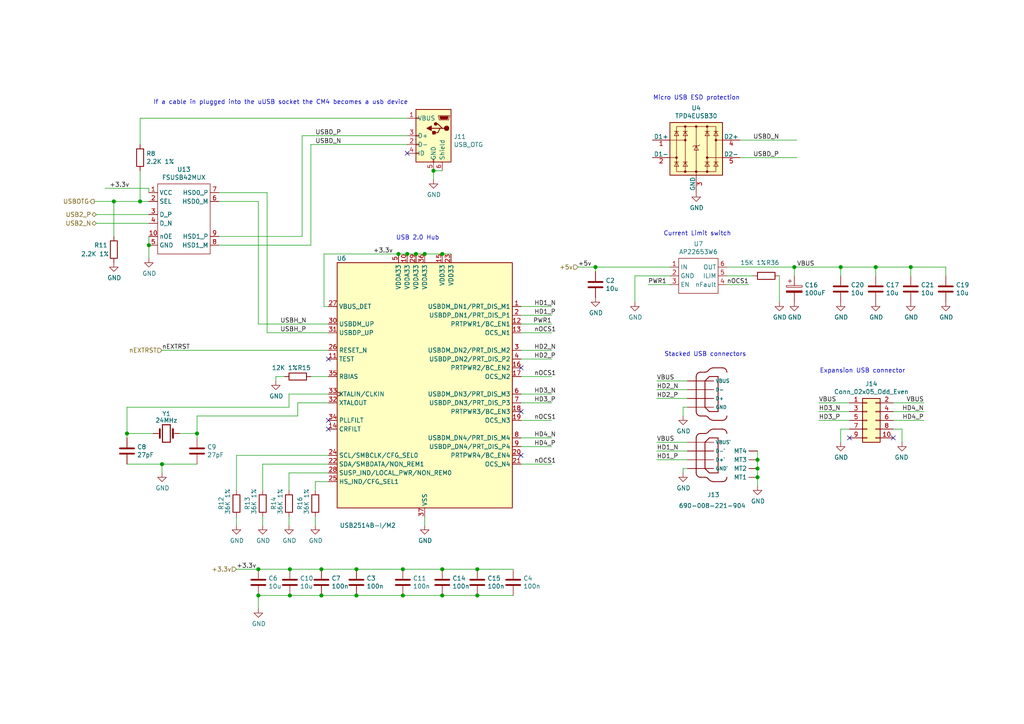
<source format=kicad_sch>
(kicad_sch (version 20230121) (generator eeschema)
  (paper "A4")
  (title_block (title "Compute Module 4 IO Board - USB") (rev "1") (company "© 2020-2022 Raspberry Pi Ltd (formerly Raspberry Pi (Trading) Ltd.)") (comment 1 "www.raspberrypi.com"))
  (lib_symbols
    (symbol "CM4IO:AP2553W6"
      (property "Reference" "U" (at 3.81 -6.35 0))
      (property "Value" "AP2553W6" (at -3.81 -6.35 0))
      (symbol "AP2553W6_0_0"
        (pin power_in line (at -8.89 2.54 0) (length 2.54) (name "IN") (number "1"))
        (pin power_out line (at -8.89 0 0) (length 2.54) (name "GND") (number "2"))
        (pin input line (at -8.89 -2.54 0) (length 2.54) (name "EN") (number "3"))
        (pin open_collector line (at 7.62 -2.54 180) (length 2.54) (name "nFault") (number "4"))
        (pin passive line (at 7.62 0 180) (length 2.54) (name "ILIM") (number "5"))
        (pin power_out line (at 7.62 2.54 180) (length 2.54) (name "OUT") (number "6"))
      )
    )
    (symbol "CM4IO:FSUSB42MX"
      (property "Reference" "U" (at -7.62 20.32 0))
      (property "Value" "FSUSB42MX" (at -2.54 -2.54 0))
      (symbol "FSUSB42MX_0_0"
        (pin power_in line (at 8.89 16.51 180) (length 2.54) (name "VCC") (number "1"))
        (pin input line (at 8.89 3.81 180) (length 2.54) (name "nOE") (number "10"))
        (pin input line (at 8.89 13.97 180) (length 2.54) (name "SEL") (number "2"))
        (pin bidirectional line (at 8.89 10.16 180) (length 2.54) (name "D_P") (number "3"))
        (pin bidirectional line (at 8.89 7.62 180) (length 2.54) (name "D_N") (number "4"))
        (pin power_in line (at 8.89 1.27 180) (length 2.54) (name "GND") (number "5"))
        (pin bidirectional line (at -11.43 13.97 0) (length 2.54) (name "HSD0_M") (number "6"))
        (pin bidirectional line (at -11.43 16.51 0) (length 2.54) (name "HSD0_P") (number "7"))
        (pin bidirectional line (at -11.43 1.27 0) (length 2.54) (name "HSD1_M") (number "8"))
        (pin bidirectional line (at -11.43 3.81 0) (length 2.54) (name "HSD1_P") (number "9"))
      )
    )
    (symbol "CM4IO:TPD4EUSB30" (pin_names (offset 0))
      (property "Reference" "U" (at -0.635 8.89 0))
      (property "Value" "TPD4EUSB30" (at 8.89 -10.16 0))
      (symbol "TPD4EUSB30_1_1"
        (pin passive line (at -12.7 2.54 0) (length 5.08) (name "D1+") (number "1"))
        (pin passive line (at -12.7 2.54 0) (length 5.08) hide (name "~") (number "10"))
        (pin passive line (at -12.7 -2.54 0) (length 5.08) (name "D1-") (number "2"))
        (pin power_in line (at 0 -12.7 90) (length 5.08) (name "GND") (number "3"))
        (pin passive line (at 12.7 2.54 180) (length 5.08) (name "D2+") (number "4"))
        (pin passive line (at 12.7 -2.54 180) (length 5.08) (name "D2-") (number "5"))
        (pin passive line (at 12.7 -2.54 180) (length 5.08) hide (name "~") (number "6"))
        (pin passive line (at 12.7 2.54 180) (length 5.08) hide (name "~") (number "7"))
        (pin passive line (at 0 -12.7 90) (length 5.08) hide (name "GND") (number "8"))
        (pin passive line (at -12.7 -2.54 0) (length 5.08) hide (name "~") (number "9"))
      )
    )
    (symbol "CM4IO:USB_67298-4090" (pin_numbers hide)
      (property "Reference" "J" (at -5.08 21.6408 0))
      (property "Value" "USB_67298-4090" (at -5.08 -17.8054 0))
      (symbol "USB_67298-4090_0_0"
        (pin power_in line (at -7.62 -2.54 0) (length 7.62) (name "VBUS`") (number "1"))
        (pin passive line (at -7.62 -5.08 0) (length 7.62) (name "D-`") (number "2"))
        (pin passive line (at -7.62 -7.62 0) (length 7.62) (name "D+`") (number "3"))
        (pin power_in line (at -7.62 -10.16 0) (length 7.62) (name "GND`") (number "4"))
        (pin power_in line (at -7.62 15.24 0) (length 7.62) (name "VBUS") (number "5"))
        (pin passive line (at -7.62 12.7 0) (length 7.62) (name "D-") (number "6"))
        (pin passive line (at -7.62 10.16 0) (length 7.62) (name "D+") (number "7"))
        (pin power_in line (at -7.62 7.62 0) (length 7.62) (name "GND") (number "8"))
        (pin passive line (at 12.7 -12.7 180) (length 2.54) (name "MT1") (number "MT1"))
        (pin passive line (at 12.7 -10.16 180) (length 2.54) (name "MT2") (number "MT2"))
        (pin passive line (at 12.7 -7.62 180) (length 2.54) (name "MT3") (number "MT3"))
        (pin passive line (at 12.7 -5.08 180) (length 2.54) (name "MT4") (number "MT4"))
      )
    )
    (symbol "Connector:USB_OTG"
      (property "Reference" "J" (at -5.08 11.43 0))
      (property "Value" "USB_OTG" (at -5.08 8.89 0))
      (symbol "USB_OTG_1_1"
        (pin power_in line (at 7.62 5.08 180) (length 2.54) (name "VBUS") (number "1"))
        (pin passive line (at 7.62 -2.54 180) (length 2.54) (name "D-") (number "2"))
        (pin passive line (at 7.62 0 180) (length 2.54) (name "D+") (number "3"))
        (pin passive line (at 7.62 -5.08 180) (length 2.54) (name "ID") (number "4"))
        (pin power_in line (at 0 -10.16 90) (length 2.54) (name "GND") (number "5"))
        (pin passive line (at -2.54 -10.16 90) (length 2.54) (name "Shield") (number "6"))
      )
    )
    (symbol "Connector_Generic:Conn_02x05_Odd_Even" (pin_names hide)
      (property "Reference" "J" (at 1.27 7.62 0))
      (property "Value" "Conn_02x05_Odd_Even" (at 1.27 -7.62 0))
      (symbol "Conn_02x05_Odd_Even_1_1"
        (pin passive line (at -5.08 5.08 0) (length 3.81) (name "Pin_1") (number "1"))
        (pin passive line (at 7.62 -5.08 180) (length 3.81) (name "Pin_10") (number "10"))
        (pin passive line (at 7.62 5.08 180) (length 3.81) (name "Pin_2") (number "2"))
        (pin passive line (at -5.08 2.54 0) (length 3.81) (name "Pin_3") (number "3"))
        (pin passive line (at 7.62 2.54 180) (length 3.81) (name "Pin_4") (number "4"))
        (pin passive line (at -5.08 0 0) (length 3.81) (name "Pin_5") (number "5"))
        (pin passive line (at 7.62 0 180) (length 3.81) (name "Pin_6") (number "6"))
        (pin passive line (at -5.08 -2.54 0) (length 3.81) (name "Pin_7") (number "7"))
        (pin passive line (at 7.62 -2.54 180) (length 3.81) (name "Pin_8") (number "8"))
        (pin passive line (at -5.08 -5.08 0) (length 3.81) (name "Pin_9") (number "9"))
      )
    )
    (symbol "Device:C" (pin_numbers hide) (pin_names (offset 0.254))
      (property "Reference" "C" (at 0.635 2.54 0))
      (property "Value" "C" (at 0.635 -2.54 0))
      (symbol "C_1_1"
        (pin passive line (at 0 3.81 270) (length 2.794) (name "~") (number "1"))
        (pin passive line (at 0 -3.81 90) (length 2.794) (name "~") (number "2"))
      )
    )
    (symbol "Device:CP" (pin_numbers hide) (pin_names (offset 0.254))
      (property "Reference" "C" (at 0.635 2.54 0))
      (property "Value" "CP" (at 0.635 -2.54 0))
      (symbol "CP_1_1"
        (pin passive line (at 0 3.81 270) (length 2.794) (name "~") (number "1"))
        (pin passive line (at 0 -3.81 90) (length 2.794) (name "~") (number "2"))
      )
    )
    (symbol "Device:Crystal" (pin_numbers hide) (pin_names hide)
      (property "Reference" "Y" (at 0 3.81 0))
      (property "Value" "Crystal" (at 0 -3.81 0))
      (symbol "Crystal_1_1"
        (pin passive line (at -3.81 0 0) (length 1.27) (name "1") (number "1"))
        (pin passive line (at 3.81 0 180) (length 1.27) (name "2") (number "2"))
      )
    )
    (symbol "Device:R" (pin_numbers hide) (pin_names (offset 0))
      (property "Reference" "R" (at 2.032 0 90))
      (property "Value" "R" (at 0 0 90))
      (symbol "R_1_1"
        (pin passive line (at 0 3.81 270) (length 1.27) (name "~") (number "1"))
        (pin passive line (at 0 -3.81 90) (length 1.27) (name "~") (number "2"))
      )
    )
    (symbol "Interface_USB:USB2514B_Bi"
      (property "Reference" "U" (at -17.78 40.64 0))
      (property "Value" "USB2514B_Bi" (at -20.32 38.1 0))
      (symbol "USB2514B_Bi_1_1"
        (pin bidirectional line (at 27.94 22.86 180) (length 2.54) (name "USBDM_DN1/PRT_DIS_M1") (number "1"))
        (pin power_in line (at -5.08 38.1 270) (length 2.54) (name "VDDA33") (number "10"))
        (pin input line (at -27.94 7.62 0) (length 2.54) (name "TEST") (number "11"))
        (pin bidirectional line (at 27.94 17.78 180) (length 2.54) (name "PRTPWR1/BC_EN1") (number "12"))
        (pin input line (at 27.94 15.24 180) (length 2.54) (name "OCS_N1") (number "13"))
        (pin input line (at -27.94 -12.7 0) (length 2.54) (name "CRFILT") (number "14"))
        (pin power_in line (at 5.08 38.1 270) (length 2.54) (name "VDD33") (number "15"))
        (pin bidirectional line (at 27.94 5.08 180) (length 2.54) (name "PRTPWR2/BC_EN2") (number "16"))
        (pin input line (at 27.94 2.54 180) (length 2.54) (name "OCS_N2") (number "17"))
        (pin bidirectional line (at 27.94 -7.62 180) (length 2.54) (name "PRTPWR3/BC_EN3") (number "18"))
        (pin input line (at 27.94 -10.16 180) (length 2.54) (name "OCS_N3") (number "19"))
        (pin bidirectional line (at 27.94 20.32 180) (length 2.54) (name "USBDP_DN1/PRT_DIS_P1") (number "2"))
        (pin bidirectional line (at 27.94 -20.32 180) (length 2.54) (name "PRTPWR4/BC_EN4") (number "20"))
        (pin input line (at 27.94 -22.86 180) (length 2.54) (name "OCS_N4") (number "21"))
        (pin bidirectional line (at -27.94 -22.86 0) (length 2.54) (name "SDA/SMBDATA/NON_REM1") (number "22"))
        (pin power_in line (at 7.62 38.1 270) (length 2.54) (name "VDD33") (number "23"))
        (pin bidirectional line (at -27.94 -20.32 0) (length 2.54) (name "SCL/SMBCLK/CFG_SEL0") (number "24"))
        (pin bidirectional line (at -27.94 -27.94 0) (length 2.54) (name "HS_IND/CFG_SEL1") (number "25"))
        (pin input line (at -27.94 10.16 0) (length 2.54) (name "RESET_N") (number "26"))
        (pin input line (at -27.94 22.86 0) (length 2.54) (name "VBUS_DET") (number "27"))
        (pin bidirectional line (at -27.94 -25.4 0) (length 2.54) (name "SUSP_IND/LOCAL_PWR/NON_REM0") (number "28"))
        (pin power_in line (at -2.54 38.1 270) (length 2.54) (name "VDDA33") (number "29"))
        (pin bidirectional line (at 27.94 10.16 180) (length 2.54) (name "USBDM_DN2/PRT_DIS_M2") (number "3"))
        (pin bidirectional line (at -27.94 17.78 0) (length 2.54) (name "USBDM_UP") (number "30"))
        (pin bidirectional line (at -27.94 15.24 0) (length 2.54) (name "USBDP_UP") (number "31"))
        (pin output line (at -27.94 -5.08 0) (length 2.54) (name "XTALOUT") (number "32"))
        (pin input clock (at -27.94 -2.54 0) (length 2.54) (name "XTALIN/CLKIN") (number "33"))
        (pin input line (at -27.94 -10.16 0) (length 2.54) (name "PLLFILT") (number "34"))
        (pin input line (at -27.94 2.54 0) (length 2.54) (name "RBIAS") (number "35"))
        (pin power_in line (at 0 38.1 270) (length 2.54) (name "VDDA33") (number "36"))
        (pin power_in line (at 0 -38.1 90) (length 2.54) (name "VSS") (number "37"))
        (pin bidirectional line (at 27.94 7.62 180) (length 2.54) (name "USBDP_DN2/PRT_DIS_P2") (number "4"))
        (pin power_in line (at -7.62 38.1 270) (length 2.54) (name "VDDA33") (number "5"))
        (pin bidirectional line (at 27.94 -2.54 180) (length 2.54) (name "USBDM_DN3/PRT_DIS_M3") (number "6"))
        (pin bidirectional line (at 27.94 -5.08 180) (length 2.54) (name "USBDP_DN3/PRT_DIS_P3") (number "7"))
        (pin bidirectional line (at 27.94 -15.24 180) (length 2.54) (name "USBDM_DN4/PRT_DIS_M4") (number "8"))
        (pin bidirectional line (at 27.94 -17.78 180) (length 2.54) (name "USBDP_DN4/PRT_DIS_P4") (number "9"))
      )
    )
    (symbol "power:GND" (power) (pin_names (offset 0))
      (property "Value" "GND" (at 0 -3.81 0))
      (symbol "GND_1_1"
        (pin power_in line (at 0 0 270) (length 0) hide (name "GND") (number "1"))
      )
    )
  )
  (junction (at 103.378 165.1) (diameter 1.016))
  (junction (at 103.378 172.72) (diameter 1.016))
  (junction (at 138.43 165.1) (diameter 1.016))
  (junction (at 93.218 165.1) (diameter 1.016))
  (junction (at 125.73 49.53) (diameter 1.016))
  (junction (at 74.93 172.72) (diameter 1.016))
  (junction (at 172.72 77.47) (diameter 1.016))
  (junction (at 219.71 138.43) (diameter 1.016))
  (junction (at 116.84 165.1) (diameter 1.016))
  (junction (at 84.074 165.1) (diameter 1.016))
  (junction (at 128.27 172.72) (diameter 1.016))
  (junction (at 254 77.47) (diameter 1.016))
  (junction (at 36.83 125.73) (diameter 1.016))
  (junction (at 120.65 73.66) (diameter 1.016))
  (junction (at 128.27 73.66) (diameter 1.016))
  (junction (at 219.71 133.35) (diameter 1.016))
  (junction (at 40.64 58.42) (diameter 1.016))
  (junction (at 219.71 135.89) (diameter 1.016))
  (junction (at 123.19 73.66) (diameter 1.016))
  (junction (at 128.27 165.1) (diameter 1.016))
  (junction (at 230.378 77.47) (diameter 1.016))
  (junction (at 74.93 165.1) (diameter 1.016))
  (junction (at 93.218 172.72) (diameter 1.016))
  (junction (at 57.15 125.73) (diameter 1.016))
  (junction (at 84.074 172.72) (diameter 1.016))
  (junction (at 264.16 77.47) (diameter 1.016))
  (junction (at 43.18 71.12) (diameter 1.016))
  (junction (at 33.02 58.42) (diameter 1.016))
  (junction (at 115.57 73.66) (diameter 1.016))
  (junction (at 243.84 77.47) (diameter 1.016))
  (junction (at 116.84 172.72) (diameter 1.016))
  (junction (at 118.11 73.66) (diameter 1.016))
  (junction (at 138.43 172.72) (diameter 1.016))
  (junction (at 46.99 134.62) (diameter 1.016))
  (no_connect (at 95.25 121.92))
  (no_connect (at 95.25 104.14))
  (no_connect (at 118.11 44.45))
  (no_connect (at 246.38 127))
  (no_connect (at 259.08 127))
  (no_connect (at 95.25 124.46))
  (no_connect (at 151.13 119.38))
  (no_connect (at 151.13 106.68))
  (no_connect (at 151.13 132.08))
  (wire (pts (xy 151.13 96.52) (xy 160.02 96.52)))
  (wire (pts (xy 86.36 116.84) (xy 86.36 120.65)))
  (wire (pts (xy 267.97 121.92) (xy 259.08 121.92)))
  (wire (pts (xy 151.13 88.9) (xy 160.02 88.9)))
  (wire (pts (xy 74.93 165.1) (xy 84.074 165.1)))
  (wire (pts (xy 190.5 113.03) (xy 199.39 113.03)))
  (wire (pts (xy 151.13 116.84) (xy 160.02 116.84)))
  (wire (pts (xy 36.83 127) (xy 36.83 125.73)))
  (wire (pts (xy 190.5 115.57) (xy 199.39 115.57)))
  (wire (pts (xy 172.72 77.47) (xy 194.31 77.47)))
  (wire (pts (xy 93.218 165.1) (xy 103.378 165.1)))
  (wire (pts (xy 267.97 116.84) (xy 259.08 116.84)))
  (wire (pts (xy 237.49 116.84) (xy 246.38 116.84)))
  (wire (pts (xy 151.13 91.44) (xy 160.02 91.44)))
  (wire (pts (xy 57.15 120.65) (xy 57.15 125.73)))
  (wire (pts (xy 95.25 93.98) (xy 74.93 93.98)))
  (wire (pts (xy 83.82 142.24) (xy 83.82 137.16)))
  (wire (pts (xy 151.13 114.3) (xy 160.02 114.3)))
  (wire (pts (xy 138.43 165.1) (xy 148.844 165.1)))
  (wire (pts (xy 68.58 149.86) (xy 68.58 152.4)))
  (wire (pts (xy 194.31 80.01) (xy 184.15 80.01)))
  (wire (pts (xy 83.82 118.11) (xy 36.83 118.11)))
  (wire (pts (xy 93.98 88.9) (xy 93.98 73.66)))
  (wire (pts (xy 43.18 58.42) (xy 40.64 58.42)))
  (wire (pts (xy 77.47 55.88) (xy 77.47 96.52)))
  (wire (pts (xy 184.15 80.01) (xy 184.15 87.63)))
  (wire (pts (xy 74.93 58.42) (xy 74.93 93.98)))
  (wire (pts (xy 118.11 73.66) (xy 120.65 73.66)))
  (wire (pts (xy 151.13 134.62) (xy 160.02 134.62)))
  (wire (pts (xy 43.18 55.88) (xy 43.18 54.61)))
  (wire (pts (xy 83.82 114.3) (xy 83.82 118.11)))
  (wire (pts (xy 36.83 118.11) (xy 36.83 125.73)))
  (wire (pts (xy 82.55 109.22) (xy 80.01 109.22)))
  (wire (pts (xy 128.27 172.72) (xy 138.43 172.72)))
  (wire (pts (xy 63.5 71.12) (xy 90.17 71.12)))
  (wire (pts (xy 91.44 149.86) (xy 91.44 152.4)))
  (wire (pts (xy 254 77.47) (xy 264.16 77.47)))
  (wire (pts (xy 264.16 77.47) (xy 264.16 80.01)))
  (wire (pts (xy 219.71 138.43) (xy 219.71 140.97)))
  (wire (pts (xy 125.73 49.53) (xy 128.27 49.53)))
  (wire (pts (xy 76.2 134.62) (xy 95.25 134.62)))
  (wire (pts (xy 90.17 71.12) (xy 90.17 41.91)))
  (wire (pts (xy 219.71 130.81) (xy 219.71 133.35)))
  (wire (pts (xy 76.2 149.86) (xy 76.2 152.4)))
  (wire (pts (xy 57.15 125.73) (xy 57.15 127)))
  (wire (pts (xy 151.13 101.6) (xy 160.02 101.6)))
  (wire (pts (xy 90.17 109.22) (xy 95.25 109.22)))
  (wire (pts (xy 190.5 130.81) (xy 199.39 130.81)))
  (wire (pts (xy 210.82 77.47) (xy 230.378 77.47)))
  (wire (pts (xy 230.378 77.47) (xy 243.84 77.47)))
  (wire (pts (xy 125.73 52.07) (xy 125.73 49.53)))
  (wire (pts (xy 167.64 77.47) (xy 172.72 77.47)))
  (wire (pts (xy 151.13 121.92) (xy 160.02 121.92)))
  (wire (pts (xy 123.19 73.66) (xy 128.27 73.66)))
  (wire (pts (xy 214.63 40.64) (xy 231.14 40.64)))
  (wire (pts (xy 243.84 77.47) (xy 254 77.47)))
  (wire (pts (xy 63.5 68.58) (xy 87.63 68.58)))
  (wire (pts (xy 27.94 64.77) (xy 43.18 64.77)))
  (wire (pts (xy 84.074 172.72) (xy 93.218 172.72)))
  (wire (pts (xy 68.58 132.08) (xy 95.25 132.08)))
  (wire (pts (xy 151.13 104.14) (xy 160.02 104.14)))
  (wire (pts (xy 95.25 116.84) (xy 86.36 116.84)))
  (wire (pts (xy 87.63 68.58) (xy 87.63 39.37)))
  (wire (pts (xy 261.62 124.46) (xy 261.62 128.27)))
  (wire (pts (xy 214.63 45.72) (xy 231.14 45.72)))
  (wire (pts (xy 190.5 128.27) (xy 199.39 128.27)))
  (wire (pts (xy 86.36 120.65) (xy 57.15 120.65)))
  (wire (pts (xy 93.98 73.66) (xy 115.57 73.66)))
  (wire (pts (xy 83.82 149.86) (xy 83.82 152.4)))
  (wire (pts (xy 237.49 121.92) (xy 246.38 121.92)))
  (wire (pts (xy 219.71 133.35) (xy 219.71 135.89)))
  (wire (pts (xy 46.99 134.62) (xy 57.15 134.62)))
  (wire (pts (xy 151.13 109.22) (xy 160.02 109.22)))
  (wire (pts (xy 91.44 142.24) (xy 91.44 139.7)))
  (wire (pts (xy 219.71 135.89) (xy 219.71 138.43)))
  (wire (pts (xy 254 77.47) (xy 254 80.01)))
  (wire (pts (xy 120.65 73.66) (xy 123.19 73.66)))
  (wire (pts (xy 27.305 58.42) (xy 33.02 58.42)))
  (wire (pts (xy 226.06 80.01) (xy 226.06 87.63)))
  (wire (pts (xy 138.43 172.72) (xy 148.844 172.72)))
  (wire (pts (xy 103.378 172.72) (xy 116.84 172.72)))
  (wire (pts (xy 83.82 114.3) (xy 95.25 114.3)))
  (wire (pts (xy 63.5 55.88) (xy 77.47 55.88)))
  (wire (pts (xy 123.19 149.86) (xy 123.19 152.4)))
  (wire (pts (xy 230.378 77.47) (xy 230.378 80.01)))
  (wire (pts (xy 199.39 118.11) (xy 198.12 118.11)))
  (wire (pts (xy 93.218 172.72) (xy 103.378 172.72)))
  (wire (pts (xy 190.5 110.49) (xy 199.39 110.49)))
  (wire (pts (xy 36.83 125.73) (xy 44.45 125.73)))
  (wire (pts (xy 237.49 119.38) (xy 246.38 119.38)))
  (wire (pts (xy 103.378 165.1) (xy 116.84 165.1)))
  (wire (pts (xy 151.13 93.98) (xy 160.02 93.98)))
  (wire (pts (xy 115.57 73.66) (xy 118.11 73.66)))
  (wire (pts (xy 30.48 54.61) (xy 43.18 54.61)))
  (wire (pts (xy 210.82 82.55) (xy 217.17 82.55)))
  (wire (pts (xy 274.32 80.01) (xy 274.32 77.47)))
  (wire (pts (xy 210.82 80.01) (xy 218.44 80.01)))
  (wire (pts (xy 187.96 82.55) (xy 194.31 82.55)))
  (wire (pts (xy 95.25 88.9) (xy 93.98 88.9)))
  (wire (pts (xy 91.44 139.7) (xy 95.25 139.7)))
  (wire (pts (xy 74.93 176.53) (xy 74.93 172.72)))
  (wire (pts (xy 36.83 134.62) (xy 46.99 134.62)))
  (wire (pts (xy 128.27 73.66) (xy 130.81 73.66)))
  (wire (pts (xy 77.47 96.52) (xy 95.25 96.52)))
  (wire (pts (xy 259.08 124.46) (xy 261.62 124.46)))
  (wire (pts (xy 63.5 58.42) (xy 74.93 58.42)))
  (wire (pts (xy 190.5 133.35) (xy 199.39 133.35)))
  (wire (pts (xy 243.84 124.46) (xy 246.38 124.46)))
  (wire (pts (xy 74.93 172.72) (xy 84.074 172.72)))
  (wire (pts (xy 68.58 165.1) (xy 74.93 165.1)))
  (wire (pts (xy 43.18 71.12) (xy 43.18 74.93)))
  (wire (pts (xy 33.02 58.42) (xy 33.02 68.58)))
  (wire (pts (xy 199.39 135.89) (xy 198.12 135.89)))
  (wire (pts (xy 116.84 172.72) (xy 128.27 172.72)))
  (wire (pts (xy 151.13 129.54) (xy 160.02 129.54)))
  (wire (pts (xy 243.84 124.46) (xy 243.84 128.27)))
  (wire (pts (xy 116.84 165.1) (xy 128.27 165.1)))
  (wire (pts (xy 40.64 49.53) (xy 40.64 58.42)))
  (wire (pts (xy 46.99 101.6) (xy 95.25 101.6)))
  (wire (pts (xy 128.27 165.1) (xy 138.43 165.1)))
  (wire (pts (xy 198.12 135.89) (xy 198.12 137.16)))
  (wire (pts (xy 151.13 127) (xy 160.02 127)))
  (wire (pts (xy 27.94 62.23) (xy 43.18 62.23)))
  (wire (pts (xy 264.16 77.47) (xy 274.32 77.47)))
  (wire (pts (xy 76.2 142.24) (xy 76.2 134.62)))
  (wire (pts (xy 52.07 125.73) (xy 57.15 125.73)))
  (wire (pts (xy 40.64 34.29) (xy 118.11 34.29)))
  (wire (pts (xy 40.64 58.42) (xy 33.02 58.42)))
  (wire (pts (xy 68.58 142.24) (xy 68.58 132.08)))
  (wire (pts (xy 90.17 41.91) (xy 118.11 41.91)))
  (wire (pts (xy 84.074 165.1) (xy 93.218 165.1)))
  (wire (pts (xy 198.12 118.11) (xy 198.12 120.65)))
  (wire (pts (xy 87.63 39.37) (xy 118.11 39.37)))
  (wire (pts (xy 172.72 78.74) (xy 172.72 77.47)))
  (wire (pts (xy 80.01 109.22) (xy 80.01 110.49)))
  (wire (pts (xy 40.64 41.91) (xy 40.64 34.29)))
  (wire (pts (xy 83.82 137.16) (xy 95.25 137.16)))
  (wire (pts (xy 43.18 68.58) (xy 43.18 71.12)))
  (wire (pts (xy 267.97 119.38) (xy 259.08 119.38)))
  (wire (pts (xy 46.99 134.62) (xy 46.99 137.16)))
  (wire (pts (xy 243.84 80.01) (xy 243.84 77.47)))
  (text "Expansion USB connector" (at 262.6106 108.3818 0) (effects (font (size 1.27 1.27)) (justify right bottom)))
  (text "Current Limit switch" (at 212.09 68.58 0) (effects (font (size 1.27 1.27)) (justify right bottom)))
  (text "USB 2.0 Hub" (at 127.4318 69.7992 0) (effects (font (size 1.27 1.27)) (justify right bottom)))
  (text "If a cable in plugged into the uUSB socket the CM4 becomes a usb device" (at 44.45 30.48 0) (effects (font (size 1.27 1.27)) (justify left bottom)))
  (text "Micro USB ESD protection" (at 214.63 29.21 0) (effects (font (size 1.27 1.27)) (justify right bottom)))
  (text "Stacked USB connectors" (at 216.4588 103.5812 0) (effects (font (size 1.27 1.27)) (justify right bottom)))
  (label "nOCS1" (at 154.94 96.52 0))
  (label "+3.3v" (at 31.75 54.61 0))
  (label "HD2_P" (at 190.5 115.57 0))
  (label "HD3_N" (at 237.49 119.38 0))
  (label "HD1_P" (at 190.5 133.35 0))
  (label "HD1_N" (at 154.94 88.9 0))
  (label "HD4_P" (at 154.94 129.54 0))
  (label "VBUS" (at 237.49 116.84 0))
  (label "nOCS1" (at 210.82 82.55 0))
  (label "VBUS" (at 190.5 110.49 0))
  (label "HD2_N" (at 190.5 113.03 0))
  (label "PWR1" (at 160.02 93.98 180))
  (label "USBD_N" (at 218.44 40.64 0))
  (label "nOCS1" (at 154.94 109.22 0))
  (label "VBUS" (at 231.14 77.47 0))
  (label "USBD_N" (at 91.44 41.91 0))
  (label "HD2_P" (at 154.94 104.14 0))
  (label "VBUS" (at 190.5 128.27 0))
  (label "+3.3v" (at 68.58 165.1 0))
  (label "+5v" (at 167.64 77.47 0))
  (label "HD4_N" (at 154.94 127 0))
  (label "HD4_P" (at 267.97 121.92 180))
  (label "USBH_P" (at 81.28 96.52 0))
  (label "HD3_P" (at 154.94 116.84 0))
  (label "nEXTRST" (at 46.99 101.6 0))
  (label "+3.3v" (at 108.204 73.66 0))
  (label "HD2_N" (at 154.94 101.6 0))
  (label "USBD_P" (at 218.44 45.72 0))
  (label "HD1_N" (at 190.5 130.81 0))
  (label "USBD_P" (at 91.44 39.37 0))
  (label "HD4_N" (at 267.97 119.38 180))
  (label "nOCS1" (at 154.94 134.62 0))
  (label "nOCS1" (at 154.94 121.92 0))
  (label "HD3_P" (at 237.49 121.92 0))
  (label "PWR1" (at 187.96 82.55 0))
  (label "USBH_N" (at 81.28 93.98 0))
  (label "HD3_N" (at 154.94 114.3 0))
  (label "HD1_P" (at 154.94 91.44 0))
  (label "VBUS" (at 267.97 116.84 180))
  (hierarchical_label "USB2_N" (shape bidirectional) (at 27.94 64.77 180))
  (hierarchical_label "USBOTG" (shape output) (at 27.305 58.42 180))
  (hierarchical_label "+3.3v" (shape input) (at 68.58 165.1 180))
  (hierarchical_label "USB2_P" (shape bidirectional) (at 27.94 62.23 180))
  (hierarchical_label "nEXTRST" (shape input) (at 46.99 101.6 180))
  (hierarchical_label "+5v" (shape input) (at 167.64 77.47 180))
  (symbol (lib_id "CM4IO:USB_67298-4090") (at 207.01 125.73 0) (unit 1)
    (property "Reference" "J13" (at 205.105 143.51 0) (effects (justify left)))
    (property "Value" "690-008-221-904" (at 196.85 146.685 0) (effects (justify left)))
    (property "Footprint" "CM4IO:MOLEX_USB_67298-4090" (effects hide))
    (property "Datasheet" "https://www.molex.com/pdm_docs/sd/672984090_sd.pdf" (effects hide))
    (property "Field4" "Farnell" (effects hide))
    (property "Field5" "	2751688" (effects hide))
    (property "Field6" "690-008-221-904" (effects hide))
    (property "Field7" "EDAC" (effects hide))
    (property "Field8" "UCON00727" (effects hide))
    (property "Part Description" "USB-A (USB TYPE-A), Stacked Receptacle Connector 8 Position Through Hole, Right Angle" (effects hide))
  )
  (symbol (lib_id "power:GND") (at 243.84 128.27 0) (unit 1)
    (property "Reference" "#PWR025" (effects hide))
    (property "Value" "GND" (at 243.967 132.6642 0))
  )
  (symbol (lib_id "power:GND") (at 261.62 128.27 0) (mirror y) (unit 1)
    (property "Reference" "#PWR026" (effects hide))
    (property "Value" "GND" (at 261.493 132.6642 0))
  )
  (symbol (lib_id "Connector_Generic:Conn_02x05_Odd_Even") (at 251.46 121.92 0) (unit 1)
    (property "Reference" "J14" (at 252.73 111.3282 0))
    (property "Value" "Conn_02x05_Odd_Even" (at 252.73 113.6396 0))
    (property "Footprint" "Connector_PinHeader_2.54mm:PinHeader_2x05_P2.54mm_Vertical" (effects hide))
    (property "Datasheet" "https://www.toby.co.uk/uploads/publications/1673.pdf" (effects hide))
    (property "Field4" "Toby" (effects hide))
    (property "Field5" "THD-05-R" (effects hide))
    (property "Field6" "THD-05-R" (effects hide))
    (property "Field7" "Toby" (effects hide))
    (property "Part Description" "PinHeader_2x05_P2.54mm_Vertical" (effects hide))
  )
  (symbol (lib_id "Connector:USB_OTG") (at 125.73 39.37 0) (mirror y) (unit 1)
    (property "Reference" "J11" (at 131.572 39.6494 0) (effects (justify right)))
    (property "Value" "USB_OTG" (at 131.572 41.9608 0) (effects (justify right)))
    (property "Footprint" "CM4IO:USB_Micro-B_EDAC_UCON00686" (effects hide))
    (property "Datasheet" "https://cdn.amphenol-icc.com/media/wysiwyg/files/documentation/datasheet/inputoutput/io_usb_micro.pd" (effects hide))
    (property "Field4" "Digikey" (effects hide))
    (property "Field5" "609-4050-2-ND" (effects hide))
    (property "Field6" "690-005-298-486" (effects hide))
    (property "Field7" "EDAC" (effects hide))
    (property "Part Description" "USB - micro B USB 2.0 Receptacle Connector 5 Position Surface Mount, Right Angle; Through Hole" (effects hide))
    (property "Field8" "UCON00686" (effects hide))
  )
  (symbol (lib_id "Device:R") (at 40.64 45.72 0) (unit 1)
    (property "Reference" "R8" (at 42.418 44.5516 0) (effects (justify left)))
    (property "Value" "2.2K 1%" (at 42.418 46.863 0) (effects (justify left)))
    (property "Footprint" "Resistor_SMD:R_0402_1005Metric" (effects hide))
    (property "Datasheet" "https://fscdn.rohm.com/en/products/databook/datasheet/passive/resistor/chip_resistor/mcr-e.pdf" (effects hide))
    (property "Field4" "Farnell" (effects hide))
    (property "Field5" "9239278" (effects hide))
    (property "Field7" "KOA EUROPE GMBH" (effects hide))
    (property "Field6" "RK73G1ETQTP2201D         " (effects hide))
    (property "Part Description" "Resistor 2.2K M1005 1% 63mW" (effects hide))
    (property "Field8" "120889581" (effects hide))
  )
  (symbol (lib_id "power:GND") (at 172.72 86.36 0) (unit 1)
    (property "Reference" "#PWR017" (effects hide))
    (property "Value" "GND" (at 172.847 90.7542 0))
  )
  (symbol (lib_id "Device:C") (at 243.84 83.82 0) (unit 1)
    (property "Reference" "C20" (at 246.761 82.6516 0) (effects (justify left)))
    (property "Value" "10u" (at 246.761 84.963 0) (effects (justify left)))
    (property "Footprint" "Capacitor_SMD:C_0805_2012Metric" (effects hide))
    (property "Datasheet" "https://search.murata.co.jp/Ceramy/image/img/A01X/G101/ENG/GRM21BR71A106KA73-01.pdf" (effects hide))
    (property "Field5" "490-14381-1-ND" (effects hide))
    (property "Field4" "Digikey" (effects hide))
    (property "Field6" "GRM21BR71A106KA73L" (effects hide))
    (property "Field7" "Murata" (effects hide))
    (property "Part Description" "	10uF 10% 10V Ceramic Capacitor X7R 0805 (2012 Metric)" (effects hide))
    (property "Field8" "111893011" (effects hide))
  )
  (symbol (lib_id "power:GND") (at 243.84 87.63 0) (unit 1)
    (property "Reference" "#PWR021" (effects hide))
    (property "Value" "GND" (at 243.967 92.0242 0))
  )
  (symbol (lib_id "Device:C") (at 254 83.82 0) (unit 1)
    (property "Reference" "C17" (at 256.921 82.6516 0) (effects (justify left)))
    (property "Value" "10u" (at 256.921 84.963 0) (effects (justify left)))
    (property "Footprint" "Capacitor_SMD:C_0805_2012Metric" (effects hide))
    (property "Datasheet" "https://search.murata.co.jp/Ceramy/image/img/A01X/G101/ENG/GRM21BR71A106KA73-01.pdf" (effects hide))
    (property "Field5" "490-14381-1-ND" (effects hide))
    (property "Field4" "Digikey" (effects hide))
    (property "Field6" "GRM21BR71A106KA73L" (effects hide))
    (property "Field7" "Murata" (effects hide))
    (property "Part Description" "	10uF 10% 10V Ceramic Capacitor X7R 0805 (2012 Metric)" (effects hide))
    (property "Field8" "111893011" (effects hide))
  )
  (symbol (lib_id "power:GND") (at 254 87.63 0) (unit 1)
    (property "Reference" "#PWR018" (effects hide))
    (property "Value" "GND" (at 254.127 92.0242 0))
  )
  (symbol (lib_id "Device:C") (at 264.16 83.82 0) (unit 1)
    (property "Reference" "C21" (at 267.081 82.6516 0) (effects (justify left)))
    (property "Value" "10u" (at 267.081 84.963 0) (effects (justify left)))
    (property "Footprint" "Capacitor_SMD:C_0805_2012Metric" (effects hide))
    (property "Datasheet" "https://search.murata.co.jp/Ceramy/image/img/A01X/G101/ENG/GRM21BR71A106KA73-01.pdf" (effects hide))
    (property "Field5" "490-14381-1-ND" (effects hide))
    (property "Field4" "Digikey" (effects hide))
    (property "Field6" "GRM21BR71A106KA73L" (effects hide))
    (property "Field7" "Murata" (effects hide))
    (property "Part Description" "	10uF 10% 10V Ceramic Capacitor X7R 0805 (2012 Metric)" (effects hide))
    (property "Field8" "111893011" (effects hide))
  )
  (symbol (lib_id "Device:C") (at 274.32 83.82 0) (unit 1)
    (property "Reference" "C19" (at 277.241 82.6516 0) (effects (justify left)))
    (property "Value" "10u" (at 277.241 84.963 0) (effects (justify left)))
    (property "Footprint" "Capacitor_SMD:C_0805_2012Metric" (effects hide))
    (property "Datasheet" "https://search.murata.co.jp/Ceramy/image/img/A01X/G101/ENG/GRM21BR71A106KA73-01.pdf" (effects hide))
    (property "Field5" "490-14381-1-ND" (effects hide))
    (property "Field4" "Digikey" (effects hide))
    (property "Field6" "GRM21BR71A106KA73L" (effects hide))
    (property "Field7" "Murata" (effects hide))
    (property "Part Description" "	10uF 10% 10V Ceramic Capacitor X7R 0805 (2012 Metric)" (effects hide))
    (property "Field8" "111893011" (effects hide))
  )
  (symbol (lib_id "power:GND") (at 198.12 120.65 0) (unit 1)
    (property "Reference" "#PWR023" (effects hide))
    (property "Value" "GND" (at 198.247 125.0442 0))
  )
  (symbol (lib_id "power:GND") (at 198.12 137.16 0) (unit 1)
    (property "Reference" "#PWR024" (effects hide))
    (property "Value" "GND" (at 198.247 141.5542 0))
  )
  (symbol (lib_id "Device:R") (at 33.02 72.39 0) (unit 1)
    (property "Reference" "R11" (at 27.305 71.12 0) (effects (justify left)))
    (property "Value" "2.2K 1%" (at 23.495 73.66 0) (effects (justify left)))
    (property "Footprint" "Resistor_SMD:R_0402_1005Metric" (effects hide))
    (property "Datasheet" "https://fscdn.rohm.com/en/products/databook/datasheet/passive/resistor/chip_resistor/mcr-e.pdf" (effects hide))
    (property "Field4" "Farnell" (effects hide))
    (property "Field5" "9239278" (effects hide))
    (property "Field7" "KOA EUROPE GMBH" (effects hide))
    (property "Field6" "RK73G1ETQTP2201D         " (effects hide))
    (property "Part Description" "Resistor 2.2K M1005 1% 63mW" (effects hide))
    (property "Field8" "120889581" (effects hide))
  )
  (symbol (lib_id "CM4IO:AP2553W6") (at 203.2 80.01 0) (unit 1)
    (property "Reference" "U7" (at 202.565 70.739 0))
    (property "Value" "AP22653W6" (at 202.565 73.0504 0))
    (property "Footprint" "Package_TO_SOT_SMD:SOT-23-6" (effects hide))
    (property "Datasheet" "https://www.diodes.com/assets/Datasheets/AP255x.pdf" (effects hide))
    (property "Field4" "Digikey" (effects hide))
    (property "Field5" "	31-AP22653W6-7CT-ND" (effects hide))
    (property "Field6" "AP22653W6" (effects hide))
    (property "Field7" "Diodes" (effects hide))
    (property "Part Description" "	Power Switch/Driver 1:1 P-Channel 2.1A SOT-23-6" (effects hide))
  )
  (symbol (lib_id "Interface_USB:USB2514B_Bi") (at 123.19 111.76 0) (unit 1)
    (property "Reference" "U6" (at 99.06 74.93 0))
    (property "Value" "USB2514B-I/M2" (at 106.68 152.4 0))
    (property "Footprint" "Package_DFN_QFN:QFN-36-1EP_6x6mm_P0.5mm_EP3.7x3.7mm" (effects hide))
    (property "Datasheet" "http://ww1.microchip.com/downloads/en/DeviceDoc/00001692C.pdf" (effects hide))
    (property "Field4" "Farnell" (effects hide))
    (property "Field5" "2775060" (effects hide))
    (property "Field6" "USB2514B-I/M2" (effects hide))
    (property "Field7" "Microchip" (effects hide))
    (property "Part Description" "	USB Hub Controller USB Interface 36-SQFN (6x6)" (effects hide))
    (property "Field8" "UICC00931" (effects hide))
  )
  (symbol (lib_id "power:GND") (at 80.01 110.49 0) (unit 1)
    (property "Reference" "#PWR010" (effects hide))
    (property "Value" "GND" (at 80.137 114.8842 0))
  )
  (symbol (lib_id "power:GND") (at 184.15 87.63 0) (unit 1)
    (property "Reference" "#PWR014" (effects hide))
    (property "Value" "GND" (at 184.277 92.0242 0))
  )
  (symbol (lib_id "Device:R") (at 83.82 146.05 0) (unit 1)
    (property "Reference" "R14" (at 79.375 147.955 90) (effects (justify left)))
    (property "Value" "36K 1%" (at 81.28 149.225 90) (effects (justify left)))
    (property "Footprint" "Resistor_SMD:R_0402_1005Metric" (effects hide))
    (property "Datasheet" "https://fscdn.rohm.com/en/products/databook/datasheet/passive/resistor/chip_resistor/mcr-e.pdf" (effects hide))
    (property "Field4" "Farnell" (effects hide))
    (property "Field5" "1458788" (effects hide))
    (property "Field7" "Rohm" (effects hide))
    (property "Field6" "MCR01MZPF3602" (effects hide))
    (property "Part Description" "Resistor 36K M1005 1% 63mW" (effects hide))
  )
  (symbol (lib_id "Device:R") (at 76.2 146.05 0) (unit 1)
    (property "Reference" "R13" (at 71.755 147.955 90) (effects (justify left)))
    (property "Value" "36K 1%" (at 73.66 149.225 90) (effects (justify left)))
    (property "Footprint" "Resistor_SMD:R_0402_1005Metric" (effects hide))
    (property "Datasheet" "https://fscdn.rohm.com/en/products/databook/datasheet/passive/resistor/chip_resistor/mcr-e.pdf" (effects hide))
    (property "Field4" "Farnell" (effects hide))
    (property "Field5" "1458788" (effects hide))
    (property "Field7" "Rohm" (effects hide))
    (property "Field6" "MCR01MZPF3602" (effects hide))
    (property "Part Description" "Resistor 36K M1005 1% 63mW" (effects hide))
  )
  (symbol (lib_id "Device:R") (at 68.58 146.05 0) (unit 1)
    (property "Reference" "R12" (at 64.135 147.955 90) (effects (justify left)))
    (property "Value" "36K 1%" (at 66.04 149.225 90) (effects (justify left)))
    (property "Footprint" "Resistor_SMD:R_0402_1005Metric" (effects hide))
    (property "Datasheet" "https://fscdn.rohm.com/en/products/databook/datasheet/passive/resistor/chip_resistor/mcr-e.pdf" (effects hide))
    (property "Field4" "Farnell" (effects hide))
    (property "Field5" "1458788" (effects hide))
    (property "Field7" "Rohm" (effects hide))
    (property "Field6" "MCR01MZPF3602" (effects hide))
    (property "Part Description" "Resistor 36K M1005 1% 63mW" (effects hide))
  )
  (symbol (lib_id "power:GND") (at 68.58 152.4 0) (unit 1)
    (property "Reference" "#PWR08" (effects hide))
    (property "Value" "GND" (at 68.707 156.7942 0))
  )
  (symbol (lib_id "power:GND") (at 76.2 152.4 0) (unit 1)
    (property "Reference" "#PWR09" (effects hide))
    (property "Value" "GND" (at 76.327 156.7942 0))
  )
  (symbol (lib_id "power:GND") (at 83.82 152.4 0) (unit 1)
    (property "Reference" "#PWR011" (effects hide))
    (property "Value" "GND" (at 83.947 156.7942 0))
  )
  (symbol (lib_id "power:GND") (at 91.44 152.4 0) (unit 1)
    (property "Reference" "#PWR012" (effects hide))
    (property "Value" "GND" (at 91.567 156.7942 0))
  )
  (symbol (lib_id "Device:R") (at 222.25 80.01 90) (unit 1)
    (property "Reference" "R36" (at 226.06 76.2 90) (effects (justify left)))
    (property "Value" "15K 1%" (at 222.25 76.2 90) (effects (justify left)))
    (property "Footprint" "Resistor_SMD:R_0402_1005Metric" (effects hide))
    (property "Datasheet" "https://fscdn.rohm.com/en/products/databook/datasheet/passive/resistor/chip_resistor/mcr-e.pdf" (effects hide))
    (property "Field4" "Farnell" (effects hide))
    (property "Field5" "9239375" (effects hide))
    (property "Field6" "MCR01MZPF1502" (effects hide))
    (property "Field7" "Rohm" (effects hide))
    (property "Part Description" "Resistor 15K M1005 1% 63mW" (effects hide))
    (property "Field8" "120891581" (effects hide))
  )
  (symbol (lib_id "power:GND") (at 226.06 87.63 0) (unit 1)
    (property "Reference" "#PWR019" (effects hide))
    (property "Value" "GND" (at 226.187 92.0242 0))
  )
  (symbol (lib_id "power:GND") (at 264.16 87.63 0) (unit 1)
    (property "Reference" "#PWR049" (effects hide))
    (property "Value" "GND" (at 264.287 92.0242 0))
  )
  (symbol (lib_id "power:GND") (at 274.32 87.63 0) (unit 1)
    (property "Reference" "#PWR050" (effects hide))
    (property "Value" "GND" (at 274.447 92.0242 0))
  )
  (symbol (lib_id "power:GND") (at 219.71 140.97 0) (unit 1)
    (property "Reference" "#PWR0114" (effects hide))
    (property "Value" "GND" (at 219.837 145.3642 0))
  )
  (symbol (lib_id "power:GND") (at 125.73 52.07 0) (unit 1)
    (property "Reference" "#PWR013" (effects hide))
    (property "Value" "GND" (at 125.857 56.4642 0))
  )
  (symbol (lib_id "CM4IO:FSUSB42MX") (at 52.07 72.39 0) (mirror y) (unit 1)
    (property "Reference" "U13" (at 53.34 49.149 0))
    (property "Value" "FSUSB42MUX" (at 53.34 51.4604 0))
    (property "Footprint" "Package_SO:MSOP-10_3x3mm_P0.5mm" (effects hide))
    (property "Datasheet" "https://www.onsemi.com/pub/Collateral/FSUSB42-D.PDF" (effects hide))
    (property "Field4" "Farnell" (effects hide))
    (property "Field5" "2564479" (effects hide))
    (property "Field6" "FSUSB42MUX" (effects hide))
    (property "Field7" "Onsemi" (effects hide))
    (property "Part Description" "USB Switch IC 1 Channel 10-MSOP" (effects hide))
  )
  (symbol (lib_id "power:GND") (at 123.19 152.4 0) (unit 1)
    (property "Reference" "#PWR0142" (effects hide))
    (property "Value" "GND" (at 123.317 156.7942 0))
  )
  (symbol (lib_id "power:GND") (at 43.18 74.93 0) (unit 1)
    (property "Reference" "#PWR0143" (effects hide))
    (property "Value" "GND" (at 43.307 79.3242 0))
  )
  (symbol (lib_id "power:GND") (at 33.02 76.2 0) (unit 1)
    (property "Reference" "#PWR0144" (effects hide))
    (property "Value" "GND" (at 33.147 80.5942 0))
  )
  (symbol (lib_id "Device:R") (at 86.36 109.22 90) (unit 1)
    (property "Reference" "R15" (at 90.17 106.68 90) (effects (justify left)))
    (property "Value" "12K 1%" (at 86.36 106.68 90) (effects (justify left)))
    (property "Footprint" "Resistor_SMD:R_0402_1005Metric" (effects hide))
    (property "Datasheet" "https://fscdn.rohm.com/en/products/databook/datasheet/passive/resistor/chip_resistor/mcr-e.pdf" (effects hide))
    (property "Field4" "Farnell" (effects hide))
    (property "Field5" "9239367" (effects hide))
    (property "Field7" "Rohm" (effects hide))
    (property "Field6" "MCR01MZPF1202" (effects hide))
    (property "Part Description" "Resistor 12K M1005 1% 63mW" (effects hide))
  )
  (symbol (lib_id "Device:R") (at 91.44 146.05 0) (unit 1)
    (property "Reference" "R16" (at 86.995 147.955 90) (effects (justify left)))
    (property "Value" "36K 1%" (at 88.9 149.225 90) (effects (justify left)))
    (property "Footprint" "Resistor_SMD:R_0402_1005Metric" (effects hide))
    (property "Datasheet" "https://fscdn.rohm.com/en/products/databook/datasheet/passive/resistor/chip_resistor/mcr-e.pdf" (effects hide))
    (property "Field4" "Farnell" (effects hide))
    (property "Field5" "1458788" (effects hide))
    (property "Field7" "Rohm" (effects hide))
    (property "Field6" "MCR01MZPF3602" (effects hide))
    (property "Part Description" "Resistor 36K M1005 1% 63mW" (effects hide))
  )
  (symbol (lib_id "Device:C") (at 116.84 168.91 0) (unit 1)
    (property "Reference" "C11" (at 119.761 167.7416 0) (effects (justify left)))
    (property "Value" "100n" (at 119.761 170.053 0) (effects (justify left)))
    (property "Footprint" "Capacitor_SMD:C_0402_1005Metric" (effects hide))
    (property "Datasheet" "https://search.murata.co.jp/Ceramy/image/img/A01X/G101/ENG/GRM155R71C104KA88-01.pdf" (effects hide))
    (property "Field4" "Farnell" (effects hide))
    (property "Field5" "2611911" (effects hide))
    (property "Field6" "RM EMK105 B7104KV-F" (effects hide))
    (property "Field7" "TAIYO YUDEN EUROPE GMBH" (effects hide))
    (property "Part Description" "	0.1uF 10% 16V Ceramic Capacitor X7R 0402 (1005 Metric)" (effects hide))
    (property "Field8" "110091611" (effects hide))
  )
  (symbol (lib_id "Device:C") (at 128.27 168.91 0) (unit 1)
    (property "Reference" "C14" (at 131.191 167.7416 0) (effects (justify left)))
    (property "Value" "100n" (at 131.191 170.053 0) (effects (justify left)))
    (property "Footprint" "Capacitor_SMD:C_0402_1005Metric" (effects hide))
    (property "Datasheet" "https://search.murata.co.jp/Ceramy/image/img/A01X/G101/ENG/GRM155R71C104KA88-01.pdf" (effects hide))
    (property "Field4" "Farnell" (effects hide))
    (property "Field5" "2611911" (effects hide))
    (property "Field6" "RM EMK105 B7104KV-F" (effects hide))
    (property "Field7" "TAIYO YUDEN EUROPE GMBH" (effects hide))
    (property "Part Description" "	0.1uF 10% 16V Ceramic Capacitor X7R 0402 (1005 Metric)" (effects hide))
    (property "Field8" "110091611" (effects hide))
  )
  (symbol (lib_id "Device:C") (at 138.43 168.91 0) (unit 1)
    (property "Reference" "C15" (at 141.351 167.7416 0) (effects (justify left)))
    (property "Value" "100n" (at 141.351 170.053 0) (effects (justify left)))
    (property "Footprint" "Capacitor_SMD:C_0402_1005Metric" (effects hide))
    (property "Datasheet" "https://search.murata.co.jp/Ceramy/image/img/A01X/G101/ENG/GRM155R71C104KA88-01.pdf" (effects hide))
    (property "Field4" "Farnell" (effects hide))
    (property "Field5" "2611911" (effects hide))
    (property "Field6" "RM EMK105 B7104KV-F" (effects hide))
    (property "Field7" "TAIYO YUDEN EUROPE GMBH" (effects hide))
    (property "Part Description" "	0.1uF 10% 16V Ceramic Capacitor X7R 0402 (1005 Metric)" (effects hide))
    (property "Field8" "110091611" (effects hide))
  )
  (symbol (lib_id "Device:C") (at 93.218 168.91 0) (unit 1)
    (property "Reference" "C7" (at 96.139 167.7416 0) (effects (justify left)))
    (property "Value" "100n" (at 96.139 170.053 0) (effects (justify left)))
    (property "Footprint" "Capacitor_SMD:C_0402_1005Metric" (effects hide))
    (property "Datasheet" "https://search.murata.co.jp/Ceramy/image/img/A01X/G101/ENG/GRM155R71C104KA88-01.pdf" (effects hide))
    (property "Field4" "Farnell" (effects hide))
    (property "Field5" "2611911" (effects hide))
    (property "Field6" "RM EMK105 B7104KV-F" (effects hide))
    (property "Field7" "TAIYO YUDEN EUROPE GMBH" (effects hide))
    (property "Part Description" "	0.1uF 10% 16V Ceramic Capacitor X7R 0402 (1005 Metric)" (effects hide))
    (property "Field8" "110091611" (effects hide))
  )
  (symbol (lib_id "power:GND") (at 74.93 176.53 0) (unit 1)
    (property "Reference" "#PWR06" (effects hide))
    (property "Value" "GND" (at 75.057 180.9242 0))
  )
  (symbol (lib_id "Device:C") (at 74.93 168.91 0) (unit 1)
    (property "Reference" "C6" (at 77.851 167.7416 0) (effects (justify left)))
    (property "Value" "10u" (at 77.851 170.053 0) (effects (justify left)))
    (property "Footprint" "Capacitor_SMD:C_0805_2012Metric" (effects hide))
    (property "Datasheet" "https://search.murata.co.jp/Ceramy/image/img/A01X/G101/ENG/GRM21BR71A106KA73-01.pdf" (effects hide))
    (property "Field5" "490-14381-1-ND" (effects hide))
    (property "Field4" "Digikey" (effects hide))
    (property "Field6" "GRM21BR71A106KA73L" (effects hide))
    (property "Field7" "Murata" (effects hide))
    (property "Part Description" "	10uF 10% 10V Ceramic Capacitor X7R 0805 (2012 Metric)" (effects hide))
    (property "Field8" "111893011" (effects hide))
  )
  (symbol (lib_id "Device:C") (at 84.074 168.91 0) (unit 1)
    (property "Reference" "C10" (at 86.995 167.7416 0) (effects (justify left)))
    (property "Value" "10u" (at 86.995 170.053 0) (effects (justify left)))
    (property "Footprint" "Capacitor_SMD:C_0805_2012Metric" (effects hide))
    (property "Datasheet" "https://search.murata.co.jp/Ceramy/image/img/A01X/G101/ENG/GRM21BR71A106KA73-01.pdf" (effects hide))
    (property "Field5" "490-14381-1-ND" (effects hide))
    (property "Field4" "Digikey" (effects hide))
    (property "Field6" "GRM21BR71A106KA73L" (effects hide))
    (property "Field7" "Murata" (effects hide))
    (property "Part Description" "	10uF 10% 10V Ceramic Capacitor X7R 0805 (2012 Metric)" (effects hide))
    (property "Field8" "111893011" (effects hide))
  )
  (symbol (lib_id "Device:Crystal") (at 48.26 125.73 0) (unit 1)
    (property "Reference" "Y1" (at 48.26 120.015 0))
    (property "Value" "24MHz" (at 48.26 121.92 0))
    (property "Footprint" "Crystal:Crystal_SMD_HC49-SD" (effects hide))
    (property "Field4" "Farnell" (effects hide))
    (property "Field5" "2508493" (effects hide))
    (property "Field7" "AEL" (effects hide))
    (property "Field6" "X24M000000S128" (effects hide))
    (property "Part Description" "24MHz Crystal 18pf 30ppm 30ppm" (effects hide))
  )
  (symbol (lib_id "Device:C") (at 36.83 130.81 0) (unit 1)
    (property "Reference" "C8" (at 39.751 129.6416 0) (effects (justify left)))
    (property "Value" "27pF" (at 39.751 131.953 0) (effects (justify left)))
    (property "Footprint" "Capacitor_SMD:C_0402_1005Metric" (effects hide))
    (property "Datasheet" "https://search.murata.co.jp/Ceramy/image/img/A01X/G101/ENG/GJM1555C1H270JB01-01.pdf" (effects hide))
    (property "Field8" "UCAP00738 " (effects hide))
    (property "Field5" "490-17672-1-ND" (effects hide))
    (property "Field6" "GJM1555C1H270JB01D" (effects hide))
    (property "Field7" "Murata" (effects hide))
    (property "Part Description" "	27pF 5% 50V Ceramic Capacitor C0G, NP0 0402 (1005 Metric)" (effects hide))
    (property "Field4" "Digikey" (effects hide))
  )
  (symbol (lib_id "Device:C") (at 57.15 130.81 0) (unit 1)
    (property "Reference" "C9" (at 60.071 129.6416 0) (effects (justify left)))
    (property "Value" "27pF" (at 60.071 131.953 0) (effects (justify left)))
    (property "Footprint" "Capacitor_SMD:C_0402_1005Metric" (effects hide))
    (property "Datasheet" "https://search.murata.co.jp/Ceramy/image/img/A01X/G101/ENG/GJM1555C1H270JB01-01.pdf" (effects hide))
    (property "Field8" "UCAP00738 " (effects hide))
    (property "Field5" "490-17672-1-ND" (effects hide))
    (property "Field6" "GJM1555C1H270JB01D" (effects hide))
    (property "Field7" "Murata" (effects hide))
    (property "Part Description" "	27pF 5% 50V Ceramic Capacitor C0G, NP0 0402 (1005 Metric)" (effects hide))
    (property "Field4" "Digikey" (effects hide))
  )
  (symbol (lib_id "power:GND") (at 46.99 137.16 0) (unit 1)
    (property "Reference" "#PWR07" (effects hide))
    (property "Value" "GND" (at 47.117 141.5542 0))
  )
  (symbol (lib_id "power:GND") (at 201.93 55.88 0) (unit 1)
    (property "Reference" "#PWR0123" (effects hide))
    (property "Value" "GND" (at 202.057 60.2742 0))
  )
  (symbol (lib_id "power:GND") (at 230.378 87.63 0) (unit 1)
    (property "Reference" "#PWR01" (effects hide))
    (property "Value" "GND" (at 230.505 92.0242 0))
  )
  (symbol (lib_id "Device:C") (at 103.378 168.91 0) (unit 1)
    (property "Reference" "C3" (at 106.299 167.7416 0) (effects (justify left)))
    (property "Value" "100n" (at 106.299 170.053 0) (effects (justify left)))
    (property "Footprint" "Capacitor_SMD:C_0402_1005Metric" (effects hide))
    (property "Datasheet" "https://search.murata.co.jp/Ceramy/image/img/A01X/G101/ENG/GRM155R71C104KA88-01.pdf" (effects hide))
    (property "Field4" "Farnell" (effects hide))
    (property "Field5" "2611911" (effects hide))
    (property "Field6" "RM EMK105 B7104KV-F" (effects hide))
    (property "Field7" "TAIYO YUDEN EUROPE GMBH" (effects hide))
    (property "Part Description" "	0.1uF 10% 16V Ceramic Capacitor X7R 0402 (1005 Metric)" (effects hide))
    (property "Field8" "110091611" (effects hide))
  )
  (symbol (lib_id "Device:C") (at 148.844 168.91 0) (unit 1)
    (property "Reference" "C4" (at 151.765 167.7416 0) (effects (justify left)))
    (property "Value" "100n" (at 151.765 170.053 0) (effects (justify left)))
    (property "Footprint" "Capacitor_SMD:C_0402_1005Metric" (effects hide))
    (property "Datasheet" "https://search.murata.co.jp/Ceramy/image/img/A01X/G101/ENG/GRM155R71C104KA88-01.pdf" (effects hide))
    (property "Field4" "Farnell" (effects hide))
    (property "Field5" "2611911" (effects hide))
    (property "Field6" "RM EMK105 B7104KV-F" (effects hide))
    (property "Field7" "TAIYO YUDEN EUROPE GMBH" (effects hide))
    (property "Part Description" "	0.1uF 10% 16V Ceramic Capacitor X7R 0402 (1005 Metric)" (effects hide))
    (property "Field8" "110091611" (effects hide))
  )
  (symbol (lib_id "Device:C") (at 172.72 82.55 0) (unit 1)
    (property "Reference" "C2" (at 175.641 81.3816 0) (effects (justify left)))
    (property "Value" "10u" (at 175.641 83.693 0) (effects (justify left)))
    (property "Footprint" "Capacitor_SMD:C_0805_2012Metric" (effects hide))
    (property "Datasheet" "https://search.murata.co.jp/Ceramy/image/img/A01X/G101/ENG/GRM21BR71A106KA73-01.pdf" (effects hide))
    (property "Field5" "490-14381-1-ND" (effects hide))
    (property "Field4" "Digikey" (effects hide))
    (property "Field6" "GRM21BR71A106KA73L" (effects hide))
    (property "Field7" "Murata" (effects hide))
    (property "Part Description" "	10uF 10% 10V Ceramic Capacitor X7R 0805 (2012 Metric)" (effects hide))
    (property "Field8" "111893011" (effects hide))
  )
  (symbol (lib_id "CM4IO:TPD4EUSB30") (at 201.93 43.18 0) (unit 1)
    (property "Reference" "U4" (at 201.93 31.3182 0))
    (property "Value" "TPD4EUSB30" (at 201.93 33.6296 0))
    (property "Footprint" "Package_SON:USON-10_2.5x1.0mm_P0.5mm" (effects hide))
    (property "Datasheet" "http://www.ti.com/lit/ds/symlink/tpd2eusb30a.pdf" (effects hide))
    (property "Field4" "Farnell" (effects hide))
    (property "Field5" "2335455" (effects hide))
    (property "Field6" "CDDFN10-3324P-13" (effects hide))
    (property "Field7" "Bourns" (effects hide))
    (property "Field8" "UDIO00346" (effects hide))
    (property "Part Description" "Quad TVS diode for high speed signals (USB3, GigE etc.)" (effects hide))
  )
  (symbol (lib_id "Device:CP") (at 230.378 83.82 0) (unit 1)
    (property "Reference" "C16" (at 233.3752 82.677 0) (effects (justify left)))
    (property "Value" "100uF" (at 233.3752 84.963 0) (effects (justify left)))
    (property "Footprint" "Capacitor_Tantalum_SMD:CP_EIA-7343-31_Kemet-D" (effects hide))
    (property "Field4" "Mouser" (effects hide))
    (property "Field5" "667-EEF-CX0J101R" (effects hide))
    (property "Part Description" "Capacitor, SP-Cap, 100u, 6.3V, 15mR ESR" (effects hide))
  )
)
</source>
